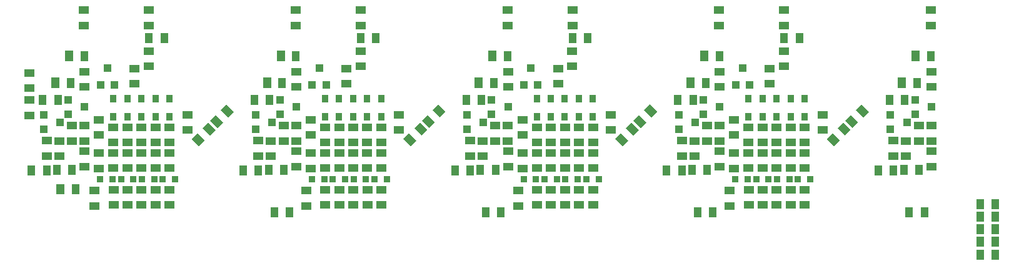
<source format=gbr>
%FSLAX34Y34*%
%MOMM*%
%LNSMDMASK_TOP*%
G71*
G01*
%ADD10R,1.400X1.100*%
%ADD11R,1.100X1.100*%
%ADD12R,1.100X1.400*%
%ADD13R,0.900X1.050*%
%ADD14R,0.900X0.900*%
%LPD*%
G36*
X273479Y-208749D02*
X281257Y-200971D01*
X291157Y-210870D01*
X283379Y-218648D01*
X273479Y-208749D01*
G37*
G36*
X288045Y-194183D02*
X295824Y-186405D01*
X305723Y-196304D01*
X297945Y-204082D01*
X288045Y-194183D01*
G37*
G36*
X330458Y-171721D02*
X322681Y-179500D01*
X312781Y-169601D01*
X320558Y-161822D01*
X330458Y-171721D01*
G37*
G36*
X315892Y-186289D02*
X308113Y-194066D01*
X298215Y-184166D01*
X305993Y-176389D01*
X315892Y-186289D01*
G37*
X267519Y-196479D02*
G54D10*
D03*
X267519Y-175879D02*
G54D10*
D03*
X455561Y-135173D02*
G54D11*
D03*
X436561Y-135173D02*
G54D11*
D03*
X446061Y-112973D02*
G54D11*
D03*
X434588Y-182910D02*
G54D10*
D03*
X434588Y-203510D02*
G54D10*
D03*
X428588Y-278910D02*
G54D10*
D03*
X428588Y-299510D02*
G54D10*
D03*
X502088Y-110304D02*
G54D10*
D03*
X502088Y-89704D02*
G54D10*
D03*
X522935Y-72156D02*
G54D12*
D03*
X502335Y-72156D02*
G54D12*
D03*
X502488Y-54704D02*
G54D10*
D03*
X502488Y-34104D02*
G54D10*
D03*
X482888Y-133704D02*
G54D10*
D03*
X482888Y-113104D02*
G54D10*
D03*
X392953Y-175032D02*
G54D11*
D03*
X392953Y-156032D02*
G54D11*
D03*
X415153Y-165532D02*
G54D11*
D03*
X358353Y-156032D02*
G54D12*
D03*
X378953Y-156032D02*
G54D12*
D03*
X415153Y-117438D02*
G54D10*
D03*
X415153Y-138038D02*
G54D10*
D03*
X414488Y-34103D02*
G54D10*
D03*
X414488Y-54704D02*
G54D10*
D03*
G36*
X388497Y-89213D02*
X399497Y-89213D01*
X399497Y-103213D01*
X388497Y-103213D01*
X388497Y-89213D01*
G37*
X414597Y-96213D02*
G54D12*
D03*
G36*
X369900Y-125750D02*
X380900Y-125750D01*
X380900Y-139750D01*
X369900Y-139750D01*
X369900Y-125750D01*
G37*
X396000Y-132750D02*
G54D12*
D03*
X359753Y-195532D02*
G54D11*
D03*
X359753Y-176532D02*
G54D11*
D03*
X381953Y-186032D02*
G54D11*
D03*
X380739Y-232003D02*
G54D10*
D03*
X380739Y-211403D02*
G54D10*
D03*
X415080Y-225485D02*
G54D10*
D03*
X415080Y-246085D02*
G54D10*
D03*
X363780Y-211205D02*
G54D10*
D03*
X363780Y-231805D02*
G54D10*
D03*
X377628Y-251038D02*
G54D12*
D03*
X398228Y-251038D02*
G54D12*
D03*
X363747Y-251132D02*
G54D12*
D03*
X343148Y-251132D02*
G54D12*
D03*
X414960Y-190785D02*
G54D10*
D03*
X414960Y-211385D02*
G54D10*
D03*
X397900Y-190785D02*
G54D10*
D03*
X397900Y-211385D02*
G54D10*
D03*
X454078Y-154288D02*
G54D13*
D03*
X454078Y-178988D02*
G54D13*
D03*
X530379Y-277366D02*
G54D10*
D03*
X530379Y-297966D02*
G54D10*
D03*
X454228Y-193087D02*
G54D10*
D03*
X454228Y-213687D02*
G54D10*
D03*
X454213Y-227766D02*
G54D10*
D03*
X454213Y-248366D02*
G54D10*
D03*
X511379Y-277366D02*
G54D10*
D03*
X511379Y-297966D02*
G54D10*
D03*
X492379Y-277366D02*
G54D10*
D03*
X492379Y-297966D02*
G54D10*
D03*
X473379Y-277366D02*
G54D10*
D03*
X473379Y-297966D02*
G54D10*
D03*
X454379Y-277366D02*
G54D10*
D03*
X454379Y-297966D02*
G54D10*
D03*
X473078Y-154288D02*
G54D13*
D03*
X473078Y-178988D02*
G54D13*
D03*
X473228Y-193087D02*
G54D10*
D03*
X473228Y-213687D02*
G54D10*
D03*
X473213Y-227766D02*
G54D10*
D03*
X473213Y-248366D02*
G54D10*
D03*
X492078Y-154288D02*
G54D13*
D03*
X492078Y-178988D02*
G54D13*
D03*
X492228Y-193087D02*
G54D10*
D03*
X492228Y-213687D02*
G54D10*
D03*
X492213Y-227766D02*
G54D10*
D03*
X492213Y-248366D02*
G54D10*
D03*
X511078Y-154288D02*
G54D13*
D03*
X511078Y-178988D02*
G54D13*
D03*
X511228Y-193087D02*
G54D10*
D03*
X511228Y-213687D02*
G54D10*
D03*
X511213Y-227766D02*
G54D10*
D03*
X511213Y-248366D02*
G54D10*
D03*
X530078Y-154288D02*
G54D13*
D03*
X530078Y-178988D02*
G54D13*
D03*
X530228Y-193087D02*
G54D10*
D03*
X530228Y-213687D02*
G54D10*
D03*
X530213Y-227766D02*
G54D10*
D03*
X530213Y-248366D02*
G54D10*
D03*
X537814Y-262988D02*
G54D14*
D03*
X521114Y-263088D02*
G54D14*
D03*
X509514Y-262988D02*
G54D14*
D03*
X492814Y-263088D02*
G54D14*
D03*
X481314Y-262988D02*
G54D14*
D03*
X464614Y-263088D02*
G54D14*
D03*
X453014Y-262988D02*
G54D14*
D03*
X436314Y-263088D02*
G54D14*
D03*
X434714Y-248566D02*
G54D10*
D03*
X434714Y-227966D02*
G54D10*
D03*
X168761Y-135173D02*
G54D11*
D03*
X149761Y-135173D02*
G54D11*
D03*
X159261Y-112973D02*
G54D11*
D03*
X147788Y-182910D02*
G54D10*
D03*
X147788Y-203510D02*
G54D10*
D03*
X141788Y-278910D02*
G54D10*
D03*
X141788Y-299510D02*
G54D10*
D03*
X215288Y-110304D02*
G54D10*
D03*
X215288Y-89704D02*
G54D10*
D03*
X236135Y-72156D02*
G54D12*
D03*
X215535Y-72156D02*
G54D12*
D03*
X215688Y-54704D02*
G54D10*
D03*
X215688Y-34104D02*
G54D10*
D03*
X196088Y-133704D02*
G54D10*
D03*
X196088Y-113104D02*
G54D10*
D03*
X106153Y-175032D02*
G54D11*
D03*
X106153Y-156032D02*
G54D11*
D03*
X128353Y-165532D02*
G54D11*
D03*
X71553Y-156032D02*
G54D12*
D03*
X92153Y-156032D02*
G54D12*
D03*
X128353Y-117438D02*
G54D10*
D03*
X128353Y-138038D02*
G54D10*
D03*
X127688Y-34103D02*
G54D10*
D03*
X127688Y-54704D02*
G54D10*
D03*
G36*
X101697Y-89213D02*
X112697Y-89213D01*
X112697Y-103213D01*
X101697Y-103213D01*
X101697Y-89213D01*
G37*
X127797Y-96213D02*
G54D12*
D03*
G36*
X83100Y-125750D02*
X94100Y-125750D01*
X94100Y-139750D01*
X83100Y-139750D01*
X83100Y-125750D01*
G37*
X109200Y-132750D02*
G54D12*
D03*
X72953Y-195532D02*
G54D11*
D03*
X72953Y-176532D02*
G54D11*
D03*
X95153Y-186032D02*
G54D11*
D03*
X93939Y-232003D02*
G54D10*
D03*
X93939Y-211403D02*
G54D10*
D03*
X128280Y-225485D02*
G54D10*
D03*
X128280Y-246085D02*
G54D10*
D03*
X76980Y-211205D02*
G54D10*
D03*
X76980Y-231805D02*
G54D10*
D03*
X90828Y-251038D02*
G54D12*
D03*
X111428Y-251038D02*
G54D12*
D03*
X76948Y-251132D02*
G54D12*
D03*
X56348Y-251132D02*
G54D12*
D03*
G36*
X90078Y-269988D02*
X101078Y-269988D01*
X101078Y-283988D01*
X90078Y-283988D01*
X90078Y-269988D01*
G37*
X116178Y-276988D02*
G54D12*
D03*
X128160Y-190785D02*
G54D10*
D03*
X128160Y-211385D02*
G54D10*
D03*
X111100Y-190785D02*
G54D10*
D03*
X111100Y-211385D02*
G54D10*
D03*
X167278Y-154288D02*
G54D13*
D03*
X167278Y-178988D02*
G54D13*
D03*
X243579Y-277366D02*
G54D10*
D03*
X243579Y-297966D02*
G54D10*
D03*
X167428Y-193087D02*
G54D10*
D03*
X167428Y-213687D02*
G54D10*
D03*
X167413Y-227766D02*
G54D10*
D03*
X167413Y-248366D02*
G54D10*
D03*
X224579Y-277366D02*
G54D10*
D03*
X224579Y-297966D02*
G54D10*
D03*
X205579Y-277366D02*
G54D10*
D03*
X205579Y-297966D02*
G54D10*
D03*
X186579Y-277366D02*
G54D10*
D03*
X186579Y-297966D02*
G54D10*
D03*
X167579Y-277366D02*
G54D10*
D03*
X167579Y-297966D02*
G54D10*
D03*
X186278Y-154288D02*
G54D13*
D03*
X186278Y-178988D02*
G54D13*
D03*
X186428Y-193087D02*
G54D10*
D03*
X186428Y-213687D02*
G54D10*
D03*
X186413Y-227766D02*
G54D10*
D03*
X186413Y-248366D02*
G54D10*
D03*
X205278Y-154288D02*
G54D13*
D03*
X205278Y-178988D02*
G54D13*
D03*
X205428Y-193087D02*
G54D10*
D03*
X205428Y-213687D02*
G54D10*
D03*
X205413Y-227766D02*
G54D10*
D03*
X205413Y-248366D02*
G54D10*
D03*
X224278Y-154288D02*
G54D13*
D03*
X224278Y-178988D02*
G54D13*
D03*
X224428Y-193087D02*
G54D10*
D03*
X224428Y-213687D02*
G54D10*
D03*
X224413Y-227766D02*
G54D10*
D03*
X224413Y-248366D02*
G54D10*
D03*
X243278Y-154288D02*
G54D13*
D03*
X243278Y-178988D02*
G54D13*
D03*
X243428Y-193087D02*
G54D10*
D03*
X243428Y-213687D02*
G54D10*
D03*
X243413Y-227766D02*
G54D10*
D03*
X243413Y-248366D02*
G54D10*
D03*
X251013Y-262988D02*
G54D14*
D03*
X234314Y-263088D02*
G54D14*
D03*
X222714Y-262988D02*
G54D14*
D03*
X206014Y-263088D02*
G54D14*
D03*
X194514Y-262988D02*
G54D14*
D03*
X177814Y-263088D02*
G54D14*
D03*
X166214Y-262988D02*
G54D14*
D03*
X149514Y-263088D02*
G54D14*
D03*
X147914Y-248566D02*
G54D10*
D03*
X147914Y-227966D02*
G54D10*
D03*
X54000Y-156085D02*
G54D10*
D03*
X54000Y-176685D02*
G54D10*
D03*
G36*
X560179Y-208749D02*
X567957Y-200971D01*
X577857Y-210870D01*
X570079Y-218648D01*
X560179Y-208749D01*
G37*
G36*
X574745Y-194183D02*
X582524Y-186405D01*
X592423Y-196304D01*
X584645Y-204082D01*
X574745Y-194183D01*
G37*
G36*
X617158Y-171722D02*
X609380Y-179500D01*
X599481Y-169601D01*
X607259Y-161822D01*
X617158Y-171722D01*
G37*
G36*
X602592Y-186289D02*
X594814Y-194066D01*
X584915Y-184167D01*
X592693Y-176389D01*
X602592Y-186289D01*
G37*
X554219Y-196479D02*
G54D10*
D03*
X554219Y-175879D02*
G54D10*
D03*
X742261Y-135173D02*
G54D11*
D03*
X723261Y-135173D02*
G54D11*
D03*
X732761Y-112973D02*
G54D11*
D03*
X721288Y-182910D02*
G54D10*
D03*
X721288Y-203510D02*
G54D10*
D03*
X715288Y-278910D02*
G54D10*
D03*
X715288Y-299510D02*
G54D10*
D03*
X788788Y-110304D02*
G54D10*
D03*
X788788Y-89704D02*
G54D10*
D03*
X809635Y-72156D02*
G54D12*
D03*
X789035Y-72156D02*
G54D12*
D03*
X789188Y-54704D02*
G54D10*
D03*
X789188Y-34104D02*
G54D10*
D03*
X769588Y-133704D02*
G54D10*
D03*
X769588Y-113104D02*
G54D10*
D03*
X679653Y-175032D02*
G54D11*
D03*
X679653Y-156032D02*
G54D11*
D03*
X701853Y-165532D02*
G54D11*
D03*
X645053Y-156032D02*
G54D12*
D03*
X665653Y-156032D02*
G54D12*
D03*
X701853Y-117438D02*
G54D10*
D03*
X701853Y-138038D02*
G54D10*
D03*
X701188Y-34103D02*
G54D10*
D03*
X701188Y-54704D02*
G54D10*
D03*
G36*
X675197Y-89213D02*
X686197Y-89213D01*
X686197Y-103213D01*
X675197Y-103213D01*
X675197Y-89213D01*
G37*
X701297Y-96213D02*
G54D12*
D03*
G36*
X656600Y-125750D02*
X667600Y-125750D01*
X667600Y-139750D01*
X656600Y-139750D01*
X656600Y-125750D01*
G37*
X682700Y-132750D02*
G54D12*
D03*
X646453Y-195532D02*
G54D11*
D03*
X646453Y-176532D02*
G54D11*
D03*
X668653Y-186032D02*
G54D11*
D03*
X667439Y-232003D02*
G54D10*
D03*
X667439Y-211403D02*
G54D10*
D03*
X701780Y-225485D02*
G54D10*
D03*
X701780Y-246085D02*
G54D10*
D03*
X650480Y-211205D02*
G54D10*
D03*
X650480Y-231805D02*
G54D10*
D03*
X664328Y-251038D02*
G54D12*
D03*
X684928Y-251038D02*
G54D12*
D03*
X650447Y-251132D02*
G54D12*
D03*
X629848Y-251132D02*
G54D12*
D03*
X701660Y-190785D02*
G54D10*
D03*
X701660Y-211385D02*
G54D10*
D03*
X684600Y-190785D02*
G54D10*
D03*
X684600Y-211385D02*
G54D10*
D03*
X740778Y-154288D02*
G54D13*
D03*
X740778Y-178988D02*
G54D13*
D03*
X817079Y-277366D02*
G54D10*
D03*
X817079Y-297966D02*
G54D10*
D03*
X740928Y-193087D02*
G54D10*
D03*
X740928Y-213687D02*
G54D10*
D03*
X740913Y-227766D02*
G54D10*
D03*
X740913Y-248366D02*
G54D10*
D03*
X798079Y-277366D02*
G54D10*
D03*
X798079Y-297966D02*
G54D10*
D03*
X779079Y-277366D02*
G54D10*
D03*
X779079Y-297966D02*
G54D10*
D03*
X760079Y-277366D02*
G54D10*
D03*
X760079Y-297966D02*
G54D10*
D03*
X741079Y-277366D02*
G54D10*
D03*
X741079Y-297966D02*
G54D10*
D03*
X759778Y-154288D02*
G54D13*
D03*
X759778Y-178988D02*
G54D13*
D03*
X759928Y-193087D02*
G54D10*
D03*
X759928Y-213687D02*
G54D10*
D03*
X759913Y-227766D02*
G54D10*
D03*
X759913Y-248366D02*
G54D10*
D03*
X778778Y-154288D02*
G54D13*
D03*
X778778Y-178988D02*
G54D13*
D03*
X778928Y-193087D02*
G54D10*
D03*
X778928Y-213687D02*
G54D10*
D03*
X778913Y-227766D02*
G54D10*
D03*
X778913Y-248366D02*
G54D10*
D03*
X797778Y-154288D02*
G54D13*
D03*
X797778Y-178988D02*
G54D13*
D03*
X797928Y-193087D02*
G54D10*
D03*
X797928Y-213687D02*
G54D10*
D03*
X797913Y-227766D02*
G54D10*
D03*
X797913Y-248366D02*
G54D10*
D03*
X816778Y-154288D02*
G54D13*
D03*
X816778Y-178988D02*
G54D13*
D03*
X816928Y-193087D02*
G54D10*
D03*
X816928Y-213687D02*
G54D10*
D03*
X816913Y-227766D02*
G54D10*
D03*
X816913Y-248366D02*
G54D10*
D03*
X824513Y-262988D02*
G54D14*
D03*
X807813Y-263088D02*
G54D14*
D03*
X796213Y-262988D02*
G54D14*
D03*
X779513Y-263088D02*
G54D14*
D03*
X768013Y-262988D02*
G54D14*
D03*
X751313Y-263088D02*
G54D14*
D03*
X739713Y-262988D02*
G54D14*
D03*
X723013Y-263088D02*
G54D14*
D03*
X721413Y-248566D02*
G54D10*
D03*
X721413Y-227966D02*
G54D10*
D03*
G36*
X846879Y-208749D02*
X854657Y-200971D01*
X864557Y-210870D01*
X856778Y-218648D01*
X846879Y-208749D01*
G37*
G36*
X861445Y-194183D02*
X869223Y-186405D01*
X879123Y-196304D01*
X871344Y-204082D01*
X861445Y-194183D01*
G37*
G36*
X903858Y-171721D02*
X896080Y-179500D01*
X886180Y-169601D01*
X893958Y-161823D01*
X903858Y-171721D01*
G37*
G36*
X889292Y-186289D02*
X881513Y-194067D01*
X871614Y-184167D01*
X879393Y-176389D01*
X889292Y-186289D01*
G37*
X840919Y-196479D02*
G54D10*
D03*
X840919Y-175879D02*
G54D10*
D03*
X1028961Y-135173D02*
G54D11*
D03*
X1009961Y-135173D02*
G54D11*
D03*
X1019461Y-112973D02*
G54D11*
D03*
X1007988Y-182910D02*
G54D10*
D03*
X1007988Y-203510D02*
G54D10*
D03*
X1001988Y-278910D02*
G54D10*
D03*
X1001987Y-299510D02*
G54D10*
D03*
X1075488Y-110304D02*
G54D10*
D03*
X1075488Y-89704D02*
G54D10*
D03*
X1096334Y-72156D02*
G54D12*
D03*
X1075734Y-72156D02*
G54D12*
D03*
X1075888Y-54704D02*
G54D10*
D03*
X1075888Y-34104D02*
G54D10*
D03*
X1056288Y-133704D02*
G54D10*
D03*
X1056288Y-113104D02*
G54D10*
D03*
X966353Y-175032D02*
G54D11*
D03*
X966353Y-156032D02*
G54D11*
D03*
X988553Y-165532D02*
G54D11*
D03*
X931753Y-156032D02*
G54D12*
D03*
X952353Y-156032D02*
G54D12*
D03*
X988553Y-117438D02*
G54D10*
D03*
X988553Y-138038D02*
G54D10*
D03*
X987888Y-34103D02*
G54D10*
D03*
X987888Y-54704D02*
G54D10*
D03*
G36*
X961897Y-89213D02*
X972897Y-89213D01*
X972897Y-103213D01*
X961897Y-103213D01*
X961897Y-89213D01*
G37*
X987997Y-96213D02*
G54D12*
D03*
G36*
X943300Y-125750D02*
X954300Y-125750D01*
X954300Y-139750D01*
X943300Y-139750D01*
X943300Y-125750D01*
G37*
X969400Y-132750D02*
G54D12*
D03*
X933153Y-195532D02*
G54D11*
D03*
X933153Y-176532D02*
G54D11*
D03*
X955353Y-186032D02*
G54D11*
D03*
X954139Y-232003D02*
G54D10*
D03*
X954138Y-211403D02*
G54D10*
D03*
X988480Y-225485D02*
G54D10*
D03*
X988480Y-246085D02*
G54D10*
D03*
X937180Y-211205D02*
G54D10*
D03*
X937180Y-231805D02*
G54D10*
D03*
X951028Y-251038D02*
G54D12*
D03*
X971628Y-251038D02*
G54D12*
D03*
X937147Y-251132D02*
G54D12*
D03*
X916547Y-251132D02*
G54D12*
D03*
X988360Y-190785D02*
G54D10*
D03*
X988360Y-211385D02*
G54D10*
D03*
X971300Y-190785D02*
G54D10*
D03*
X971300Y-211385D02*
G54D10*
D03*
X1027478Y-154288D02*
G54D13*
D03*
X1027478Y-178988D02*
G54D13*
D03*
X1103779Y-277366D02*
G54D10*
D03*
X1103779Y-297966D02*
G54D10*
D03*
X1027628Y-193087D02*
G54D10*
D03*
X1027628Y-213687D02*
G54D10*
D03*
X1027612Y-227766D02*
G54D10*
D03*
X1027612Y-248366D02*
G54D10*
D03*
X1084779Y-277366D02*
G54D10*
D03*
X1084779Y-297966D02*
G54D10*
D03*
X1065779Y-277366D02*
G54D10*
D03*
X1065779Y-297966D02*
G54D10*
D03*
X1046779Y-277366D02*
G54D10*
D03*
X1046778Y-297966D02*
G54D10*
D03*
X1027779Y-277366D02*
G54D10*
D03*
X1027778Y-297966D02*
G54D10*
D03*
X1046478Y-154288D02*
G54D13*
D03*
X1046478Y-178988D02*
G54D13*
D03*
X1046628Y-193087D02*
G54D10*
D03*
X1046628Y-213687D02*
G54D10*
D03*
X1046612Y-227766D02*
G54D10*
D03*
X1046612Y-248366D02*
G54D10*
D03*
X1065478Y-154288D02*
G54D13*
D03*
X1065478Y-178988D02*
G54D13*
D03*
X1065628Y-193087D02*
G54D10*
D03*
X1065628Y-213687D02*
G54D10*
D03*
X1065612Y-227766D02*
G54D10*
D03*
X1065612Y-248366D02*
G54D10*
D03*
X1084478Y-154288D02*
G54D13*
D03*
X1084478Y-178988D02*
G54D13*
D03*
X1084628Y-193087D02*
G54D10*
D03*
X1084628Y-213687D02*
G54D10*
D03*
X1084612Y-227766D02*
G54D10*
D03*
X1084612Y-248366D02*
G54D10*
D03*
X1103478Y-154288D02*
G54D13*
D03*
X1103478Y-178988D02*
G54D13*
D03*
X1103628Y-193087D02*
G54D10*
D03*
X1103628Y-213687D02*
G54D10*
D03*
X1103612Y-227766D02*
G54D10*
D03*
X1103612Y-248366D02*
G54D10*
D03*
X1111213Y-262988D02*
G54D14*
D03*
X1094513Y-263088D02*
G54D14*
D03*
X1082913Y-262988D02*
G54D14*
D03*
X1066213Y-263088D02*
G54D14*
D03*
X1054713Y-262988D02*
G54D14*
D03*
X1038013Y-263088D02*
G54D14*
D03*
X1026413Y-262988D02*
G54D14*
D03*
X1009713Y-263088D02*
G54D14*
D03*
X1008113Y-248566D02*
G54D10*
D03*
X1008113Y-227966D02*
G54D10*
D03*
G36*
X1133579Y-208749D02*
X1141357Y-200971D01*
X1151256Y-210870D01*
X1143478Y-218648D01*
X1133579Y-208749D01*
G37*
G36*
X1148145Y-194183D02*
X1155923Y-186405D01*
X1165822Y-196304D01*
X1158044Y-204082D01*
X1148145Y-194183D01*
G37*
G36*
X1190558Y-171721D02*
X1182781Y-179500D01*
X1172880Y-169602D01*
X1180657Y-161822D01*
X1190558Y-171721D01*
G37*
G36*
X1175992Y-186289D02*
X1168213Y-194067D01*
X1158314Y-184167D01*
X1166093Y-176389D01*
X1175992Y-186289D01*
G37*
X1127618Y-196479D02*
G54D10*
D03*
X1127618Y-175879D02*
G54D10*
D03*
X1253053Y-175032D02*
G54D11*
D03*
X1253053Y-156032D02*
G54D11*
D03*
X1275253Y-165532D02*
G54D11*
D03*
X1218453Y-156032D02*
G54D12*
D03*
X1239053Y-156032D02*
G54D12*
D03*
X1275252Y-117438D02*
G54D10*
D03*
X1275252Y-138038D02*
G54D10*
D03*
X1274588Y-34103D02*
G54D10*
D03*
X1274588Y-54704D02*
G54D10*
D03*
G36*
X1248596Y-89213D02*
X1259596Y-89213D01*
X1259597Y-103213D01*
X1248597Y-103213D01*
X1248596Y-89213D01*
G37*
X1274696Y-96213D02*
G54D12*
D03*
G36*
X1230000Y-125750D02*
X1241000Y-125750D01*
X1241000Y-139750D01*
X1230000Y-139750D01*
X1230000Y-125750D01*
G37*
X1256100Y-132750D02*
G54D12*
D03*
X1219852Y-195532D02*
G54D11*
D03*
X1219852Y-176532D02*
G54D11*
D03*
X1242052Y-186032D02*
G54D11*
D03*
X1240838Y-232003D02*
G54D10*
D03*
X1240838Y-211403D02*
G54D10*
D03*
X1275180Y-225485D02*
G54D10*
D03*
X1275180Y-246085D02*
G54D10*
D03*
X1223880Y-211205D02*
G54D10*
D03*
X1223880Y-231805D02*
G54D10*
D03*
X1237728Y-251038D02*
G54D12*
D03*
X1258327Y-251038D02*
G54D12*
D03*
X1223847Y-251132D02*
G54D12*
D03*
X1203247Y-251132D02*
G54D12*
D03*
X1275060Y-190785D02*
G54D10*
D03*
X1275060Y-211385D02*
G54D10*
D03*
X1258000Y-190785D02*
G54D10*
D03*
X1258000Y-211385D02*
G54D10*
D03*
X385200Y-308300D02*
G54D12*
D03*
X405800Y-308300D02*
G54D12*
D03*
X671326Y-308143D02*
G54D12*
D03*
X691926Y-308143D02*
G54D12*
D03*
X958826Y-308243D02*
G54D12*
D03*
X979426Y-308243D02*
G54D12*
D03*
X1245225Y-308343D02*
G54D12*
D03*
X1265825Y-308343D02*
G54D12*
D03*
X53840Y-140028D02*
G54D10*
D03*
X53840Y-119428D02*
G54D10*
D03*
X1362019Y-331443D02*
G54D12*
D03*
X1341419Y-331443D02*
G54D12*
D03*
X1362019Y-348443D02*
G54D12*
D03*
X1341419Y-348443D02*
G54D12*
D03*
X1362019Y-365443D02*
G54D12*
D03*
X1341419Y-365443D02*
G54D12*
D03*
X1362019Y-314443D02*
G54D12*
D03*
X1341419Y-314443D02*
G54D12*
D03*
X1362019Y-297443D02*
G54D12*
D03*
X1341419Y-297443D02*
G54D12*
D03*
M02*

</source>
